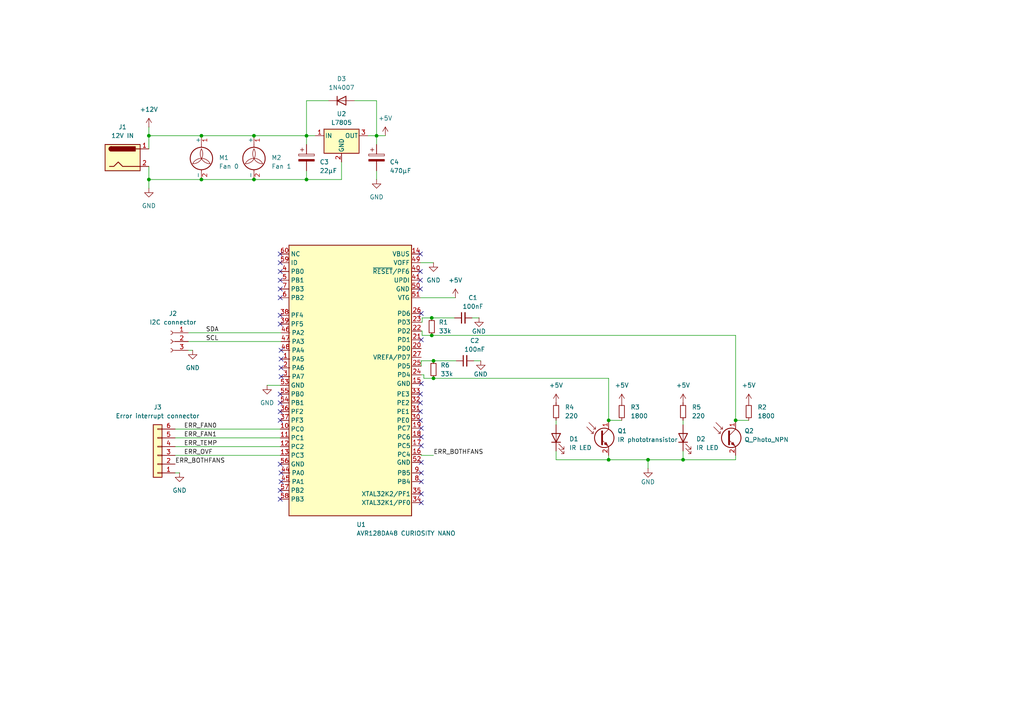
<source format=kicad_sch>
(kicad_sch (version 20231120) (generator "eeschema") (generator_version "8.0")
  (paper "A4")
  (lib_symbols
    (symbol "Connector:Barrel_Jack" (pin_names (offset 1.016))
      (property "Reference" "J" (at 0 5.334 0))
      (property "Value" "Barrel_Jack" (at 0 -5.08 0))
      (symbol "Barrel_Jack_0_1"
        (rectangle (start -5.08 3.81) (end 5.08 -3.81) (stroke (width 0.254)) (fill (type background)))
        (arc (start -3.302 3.175) (mid -3.9343 2.54) (end -3.302 1.905) (stroke (width 0.254)))
        (arc (start -3.302 3.175) (mid -3.9343 2.54) (end -3.302 1.905) (stroke (width 0.254)) (fill (type outline)))
        (polyline (pts (xy 5.08 2.54) (xy 3.81 2.54)) (stroke (width 0.254)))
        (polyline (pts (xy -3.81 -2.54) (xy -2.54 -2.54) (xy -1.27 -1.27) (xy 0 -2.54) (xy 2.54 -2.54) (xy 5.08 -2.54)) (stroke (width 0.254)))
        (rectangle (start 3.683 3.175) (end -3.302 1.905) (stroke (width 0.254)) (fill (type outline)))
      )
      (symbol "Barrel_Jack_1_1"
        (pin passive line (at 7.62 2.54 180) (length 2.54) (name "~") (number "1"))
        (pin passive line (at 7.62 -2.54 180) (length 2.54) (name "~") (number "2"))
      )
    )
    (symbol "Connector:Conn_01x03_Socket" (pin_names (offset 1.016) hide)
      (property "Reference" "J" (at 0 5.08 0))
      (property "Value" "Conn_01x03_Socket" (at 0 -5.08 0))
      (symbol "Conn_01x03_Socket_1_1"
        (arc (start 0 -2.032) (mid -0.5058 -2.54) (end 0 -3.048) (stroke (width 0.1524)))
        (polyline (pts (xy -1.27 -2.54) (xy -0.508 -2.54)) (stroke (width 0.1524)))
        (polyline (pts (xy -1.27 0) (xy -0.508 0)) (stroke (width 0.1524)))
        (polyline (pts (xy -1.27 2.54) (xy -0.508 2.54)) (stroke (width 0.1524)))
        (arc (start 0 0.508) (mid -0.5058 0) (end 0 -0.508) (stroke (width 0.1524)))
        (arc (start 0 3.048) (mid -0.5058 2.54) (end 0 2.032) (stroke (width 0.1524)))
        (pin passive line (at -5.08 2.54 0) (length 3.81) (name "Pin_1") (number "1"))
        (pin passive line (at -5.08 0 0) (length 3.81) (name "Pin_2") (number "2"))
        (pin passive line (at -5.08 -2.54 0) (length 3.81) (name "Pin_3") (number "3"))
      )
    )
    (symbol "Connector_Generic:Conn_01x06" (pin_names (offset 1.016) hide)
      (property "Reference" "J" (at 0 7.62 0))
      (property "Value" "Conn_01x06" (at 0 -10.16 0))
      (symbol "Conn_01x06_1_1"
        (rectangle (start -1.27 -7.493) (end 0 -7.747) (stroke (width 0.1524)))
        (rectangle (start -1.27 -4.953) (end 0 -5.207) (stroke (width 0.1524)))
        (rectangle (start -1.27 -2.413) (end 0 -2.667) (stroke (width 0.1524)))
        (rectangle (start -1.27 0.127) (end 0 -0.127) (stroke (width 0.1524)))
        (rectangle (start -1.27 2.667) (end 0 2.413) (stroke (width 0.1524)))
        (rectangle (start -1.27 5.207) (end 0 4.953) (stroke (width 0.1524)))
        (rectangle (start -1.27 6.35) (end 1.27 -8.89) (stroke (width 0.254)) (fill (type background)))
        (pin passive line (at -5.08 5.08 0) (length 3.81) (name "Pin_1") (number "1"))
        (pin passive line (at -5.08 2.54 0) (length 3.81) (name "Pin_2") (number "2"))
        (pin passive line (at -5.08 0 0) (length 3.81) (name "Pin_3") (number "3"))
        (pin passive line (at -5.08 -2.54 0) (length 3.81) (name "Pin_4") (number "4"))
        (pin passive line (at -5.08 -5.08 0) (length 3.81) (name "Pin_5") (number "5"))
        (pin passive line (at -5.08 -7.62 0) (length 3.81) (name "Pin_6") (number "6"))
      )
    )
    (symbol "Device:C_Polarized" (pin_numbers hide) (pin_names (offset 0.254))
      (property "Reference" "C" (at 0.635 2.54 0))
      (property "Value" "C_Polarized" (at 0.635 -2.54 0))
      (symbol "C_Polarized_0_1"
        (rectangle (start -2.286 0.508) (end 2.286 1.016))
        (polyline (pts (xy -1.778 2.286) (xy -0.762 2.286)))
        (polyline (pts (xy -1.27 2.794) (xy -1.27 1.778)))
        (rectangle (start 2.286 -0.508) (end -2.286 -1.016) (fill (type outline)))
      )
      (symbol "C_Polarized_1_1"
        (pin passive line (at 0 3.81 270) (length 2.794) (name "~") (number "1"))
        (pin passive line (at 0 -3.81 90) (length 2.794) (name "~") (number "2"))
      )
    )
    (symbol "Device:C_Small" (pin_numbers hide) (pin_names (offset 0.254) hide)
      (property "Reference" "C" (at 0.254 1.778 0))
      (property "Value" "C_Small" (at 0.254 -2.032 0))
      (symbol "C_Small_0_1"
        (polyline (pts (xy -1.524 -0.508) (xy 1.524 -0.508)) (stroke (width 0.3302)))
        (polyline (pts (xy -1.524 0.508) (xy 1.524 0.508)) (stroke (width 0.3048)))
      )
      (symbol "C_Small_1_1"
        (pin passive line (at 0 2.54 270) (length 2.032) (name "~") (number "1"))
        (pin passive line (at 0 -2.54 90) (length 2.032) (name "~") (number "2"))
      )
    )
    (symbol "Device:LED" (pin_numbers hide) (pin_names (offset 1.016) hide)
      (property "Reference" "D" (at 0 2.54 0))
      (property "Value" "LED" (at 0 -2.54 0))
      (symbol "LED_0_1"
        (polyline (pts (xy -1.27 -1.27) (xy -1.27 1.27)) (stroke (width 0.254)))
        (polyline (pts (xy -1.27 0) (xy 1.27 0)))
        (polyline (pts (xy 1.27 -1.27) (xy 1.27 1.27) (xy -1.27 0) (xy 1.27 -1.27)) (stroke (width 0.254)))
        (polyline (pts (xy -3.048 -0.762) (xy -4.572 -2.286) (xy -3.81 -2.286) (xy -4.572 -2.286) (xy -4.572 -1.524)))
        (polyline (pts (xy -1.778 -0.762) (xy -3.302 -2.286) (xy -2.54 -2.286) (xy -3.302 -2.286) (xy -3.302 -1.524)))
      )
      (symbol "LED_1_1"
        (pin passive line (at -3.81 0 0) (length 2.54) (name "K") (number "1"))
        (pin passive line (at 3.81 0 180) (length 2.54) (name "A") (number "2"))
      )
    )
    (symbol "Device:Q_Photo_NPN" (pin_names (offset 0) hide)
      (property "Reference" "Q" (at 5.08 1.27 0))
      (property "Value" "Q_Photo_NPN" (at 5.08 -1.27 0))
      (symbol "Q_Photo_NPN_0_1"
        (polyline (pts (xy -1.905 1.27) (xy -2.54 1.27)))
        (polyline (pts (xy -1.27 2.54) (xy -1.905 2.54)))
        (polyline (pts (xy 0.635 0.635) (xy 2.54 2.54)))
        (polyline (pts (xy -3.81 3.175) (xy -1.905 1.27) (xy -1.905 1.905)))
        (polyline (pts (xy -3.175 4.445) (xy -1.27 2.54) (xy -1.27 3.175)))
        (polyline (pts (xy 0.635 -0.635) (xy 2.54 -2.54) (xy 2.54 -2.54)))
        (polyline (pts (xy 0.635 1.905) (xy 0.635 -1.905) (xy 0.635 -1.905)) (stroke (width 0.508)))
        (polyline (pts (xy 1.27 -1.778) (xy 1.778 -1.27) (xy 2.286 -2.286) (xy 1.27 -1.778) (xy 1.27 -1.778)) (fill (type outline)))
        (circle (center 1.27 0) (radius 2.8194) (stroke (width 0.254)))
      )
      (symbol "Q_Photo_NPN_1_1"
        (pin passive line (at 2.54 5.08 270) (length 2.54) (name "C") (number "1"))
        (pin passive line (at 2.54 -5.08 90) (length 2.54) (name "E") (number "2"))
      )
    )
    (symbol "Device:R_Small" (pin_numbers hide) (pin_names (offset 0.254) hide)
      (property "Reference" "R" (at 0.762 0.508 0))
      (property "Value" "R_Small" (at 0.762 -1.016 0))
      (symbol "R_Small_0_1"
        (rectangle (start -0.762 1.778) (end 0.762 -1.778) (stroke (width 0.2032)))
      )
      (symbol "R_Small_1_1"
        (pin passive line (at 0 2.54 270) (length 0.762) (name "~") (number "1"))
        (pin passive line (at 0 -2.54 90) (length 0.762) (name "~") (number "2"))
      )
    )
    (symbol "Diode:1N4007" (pin_numbers hide) (pin_names hide)
      (property "Reference" "D" (at 0 2.54 0))
      (property "Value" "1N4007" (at 0 -2.54 0))
      (symbol "1N4007_0_1"
        (polyline (pts (xy -1.27 1.27) (xy -1.27 -1.27)) (stroke (width 0.254)))
        (polyline (pts (xy 1.27 0) (xy -1.27 0)))
        (polyline (pts (xy 1.27 1.27) (xy 1.27 -1.27) (xy -1.27 0) (xy 1.27 1.27)) (stroke (width 0.254)))
      )
      (symbol "1N4007_1_1"
        (pin passive line (at -3.81 0 0) (length 2.54) (name "K") (number "1"))
        (pin passive line (at 3.81 0 180) (length 2.54) (name "A") (number "2"))
      )
    )
    (symbol "MCU_Microchip_AVR_Dx:AVR128DA48x-xPT"
      (property "Reference" "U1" (at 1.778 -26.416 0))
      (property "Value" "AVR128DA48 CURIOSITY NANO" (at 1.778 -28.956 0))
      (symbol "AVR128DA48x-xPT_0_1"
        (rectangle (start -17.78 54.61) (end 17.78 -23.876) (stroke (width 0.254)) (fill (type background)))
      )
      (symbol "AVR128DA48x-xPT_1_1"
        (pin bidirectional line (at -20.066 21.59 0) (length 2.54) (name "PA5") (number "1"))
        (pin bidirectional line (at -20.32 1.27 0) (length 2.54) (name "PC0") (number "10"))
        (pin bidirectional line (at -20.32 -1.27 0) (length 2.54) (name "PC1") (number "11"))
        (pin bidirectional line (at -20.32 -3.81 0) (length 2.54) (name "PC2") (number "12"))
        (pin bidirectional line (at -20.32 -6.35 0) (length 2.54) (name "PC3") (number "13"))
        (pin power_in line (at 20.32 52.07 180) (length 2.54) (name "VBUS") (number "14"))
        (pin power_in line (at 20.574 14.478 180) (length 2.54) (name "GND") (number "15"))
        (pin bidirectional line (at 20.574 -6.096 180) (length 2.54) (name "PC4") (number "16"))
        (pin bidirectional line (at 20.574 -3.556 180) (length 2.54) (name "PC5") (number "17"))
        (pin bidirectional line (at 20.574 -1.016 180) (length 2.54) (name "PC6") (number "18"))
        (pin bidirectional line (at 20.574 1.524 180) (length 2.54) (name "PC7") (number "19"))
        (pin bidirectional line (at -20.066 19.05 0) (length 2.54) (name "PA6") (number "2"))
        (pin bidirectional line (at 20.574 24.638 180) (length 2.54) (name "PD0") (number "20"))
        (pin bidirectional line (at 20.574 27.178 180) (length 2.54) (name "PD1") (number "21"))
        (pin bidirectional line (at 20.574 29.718 180) (length 2.54) (name "PD2") (number "22"))
        (pin bidirectional line (at 20.574 32.258 180) (length 2.54) (name "PD3") (number "23"))
        (pin bidirectional line (at 20.574 17.018 180) (length 2.54) (name "PD4") (number "24"))
        (pin bidirectional line (at 20.574 19.558 180) (length 2.54) (name "PD5") (number "25"))
        (pin bidirectional line (at 20.574 34.798 180) (length 2.54) (name "PD6") (number "26"))
        (pin bidirectional line (at 20.574 22.098 180) (length 2.54) (name "VREFA/PD7") (number "27"))
        (pin bidirectional line (at -20.066 16.51 0) (length 2.54) (name "PA7") (number "3"))
        (pin bidirectional line (at 20.32 3.81 180) (length 2.54) (name "PE0") (number "30"))
        (pin bidirectional line (at 20.32 6.35 180) (length 2.54) (name "PE1") (number "31"))
        (pin bidirectional line (at 20.32 8.89 180) (length 2.54) (name "PE2") (number "32"))
        (pin bidirectional line (at 20.32 11.43 180) (length 2.54) (name "PE3") (number "33"))
        (pin bidirectional line (at 20.574 -20.066 180) (length 2.54) (name "XTAL32K1/PF0") (number "34"))
        (pin bidirectional line (at 20.574 -17.526 180) (length 2.54) (name "XTAL32K2/PF1") (number "35"))
        (pin bidirectional line (at -20.32 6.35 0) (length 2.54) (name "PF2") (number "36"))
        (pin bidirectional line (at -20.32 3.81 0) (length 2.54) (name "PF3") (number "37"))
        (pin bidirectional line (at -20.32 34.29 0) (length 2.54) (name "PF4") (number "38"))
        (pin bidirectional line (at -20.32 31.75 0) (length 2.54) (name "PF5") (number "39"))
        (pin bidirectional line (at -20.32 46.99 0) (length 2.54) (name "PB0") (number "4"))
        (pin bidirectional line (at 20.32 46.99 180) (length 2.54) (name "~{RESET}/PF6") (number "40"))
        (pin input line (at 20.32 44.45 180) (length 2.54) (name "UPDI") (number "41"))
        (pin bidirectional line (at -20.066 -11.43 0) (length 2.54) (name "PA0") (number "44"))
        (pin bidirectional line (at -20.066 -13.97 0) (length 2.54) (name "PA1") (number "45"))
        (pin bidirectional line (at -20.066 29.21 0) (length 2.54) (name "PA2") (number "46"))
        (pin bidirectional line (at -20.066 26.67 0) (length 2.54) (name "PA3") (number "47"))
        (pin bidirectional line (at -20.066 24.13 0) (length 2.54) (name "PA4") (number "48"))
        (pin power_in line (at 20.32 49.53 180) (length 2.54) (name "VOFF") (number "49"))
        (pin bidirectional line (at -20.32 44.45 0) (length 2.54) (name "PB1") (number "5"))
        (pin power_in line (at 20.32 41.91 180) (length 2.54) (name "GND") (number "50"))
        (pin power_in line (at 20.32 39.37 180) (length 2.54) (name "VTG") (number "51"))
        (pin power_in line (at 20.574 -8.382 180) (length 2.54) (name "GND") (number "52"))
        (pin power_in line (at -20.32 13.97 0) (length 2.54) (name "GND") (number "53"))
        (pin bidirectional line (at -20.32 8.89 0) (length 2.54) (name "PB1") (number "54"))
        (pin bidirectional line (at -20.32 11.43 0) (length 2.54) (name "PB0") (number "55"))
        (pin power_in line (at -20.32 -8.89 0) (length 2.54) (name "GND") (number "56"))
        (pin bidirectional line (at -20.32 -16.51 0) (length 2.54) (name "PB2") (number "57"))
        (pin bidirectional line (at -20.32 -19.05 0) (length 2.54) (name "PB3") (number "58"))
        (pin bidirectional line (at -20.32 49.53 0) (length 2.54) (name "ID") (number "59"))
        (pin bidirectional line (at -20.32 39.37 0) (length 2.54) (name "PB2") (number "6"))
        (pin bidirectional line (at -20.32 52.07 0) (length 2.54) (name "NC") (number "60"))
        (pin bidirectional line (at -20.32 41.91 0) (length 2.54) (name "PB3") (number "7"))
        (pin bidirectional line (at 20.574 -13.97 180) (length 2.54) (name "PB4") (number "8"))
        (pin bidirectional line (at 20.574 -11.43 180) (length 2.54) (name "PB5") (number "9"))
      )
    )
    (symbol "Motor:Fan" (pin_names (offset 0))
      (property "Reference" "M" (at 2.54 5.08 0))
      (property "Value" "Fan" (at 2.54 -2.54 0))
      (symbol "Fan_0_1"
        (arc (start -2.54 -0.508) (mid 0.0028 0.9121) (end 0 3.81))
        (polyline (pts (xy 0 -5.08) (xy 0 -4.572)))
        (polyline (pts (xy 0 -2.2352) (xy 0 -2.6416)))
        (polyline (pts (xy 0 4.2672) (xy 0 4.6228)))
        (polyline (pts (xy 0 4.572) (xy 0 5.08)))
        (circle (center 0 1.016) (radius 3.2512) (stroke (width 0.254)))
        (arc (start 0 3.81) (mid 0.053 0.921) (end 2.54 -0.508))
        (arc (start 2.54 -0.508) (mid 0 1.0618) (end -2.54 -0.508))
      )
      (symbol "Fan_1_1"
        (pin passive line (at 0 7.62 270) (length 2.54) (name "+") (number "1"))
        (pin passive line (at 0 -5.08 90) (length 2.54) (name "-") (number "2"))
      )
    )
    (symbol "Regulator_Linear:L7805" (pin_names (offset 0.254))
      (property "Reference" "U" (at -3.81 3.175 0))
      (property "Value" "L7805" (at 0 3.175 0))
      (symbol "L7805_0_1"
        (rectangle (start -5.08 1.905) (end 5.08 -5.08) (stroke (width 0.254)) (fill (type background)))
      )
      (symbol "L7805_1_1"
        (pin power_in line (at -7.62 0 0) (length 2.54) (name "IN") (number "1"))
        (pin power_in line (at 0 -7.62 90) (length 2.54) (name "GND") (number "2"))
        (pin power_out line (at 7.62 0 180) (length 2.54) (name "OUT") (number "3"))
      )
    )
    (symbol "power:+12V" (power) (pin_numbers hide) (pin_names (offset 0) hide)
      (property "Value" "+12V" (at 0 3.556 0))
      (symbol "+12V_0_1"
        (polyline (pts (xy -0.762 1.27) (xy 0 2.54)))
        (polyline (pts (xy 0 0) (xy 0 2.54)))
        (polyline (pts (xy 0 2.54) (xy 0.762 1.27)))
      )
      (symbol "+12V_1_1"
        (pin power_in line (at 0 0 90) (length 0) (name "~") (number "1"))
      )
    )
    (symbol "power:+5V" (power) (pin_numbers hide) (pin_names (offset 0) hide)
      (property "Value" "+5V" (at 0 3.556 0))
      (symbol "+5V_0_1"
        (polyline (pts (xy -0.762 1.27) (xy 0 2.54)))
        (polyline (pts (xy 0 0) (xy 0 2.54)))
        (polyline (pts (xy 0 2.54) (xy 0.762 1.27)))
      )
      (symbol "+5V_1_1"
        (pin power_in line (at 0 0 90) (length 0) (name "~") (number "1"))
      )
    )
    (symbol "power:GND" (power) (pin_numbers hide) (pin_names (offset 0) hide)
      (property "Value" "GND" (at 0 -3.81 0))
      (symbol "GND_0_1"
        (polyline (pts (xy 0 0) (xy 0 -1.27) (xy 1.27 -1.27) (xy 0 -2.54) (xy -1.27 -1.27) (xy 0 -1.27)))
      )
      (symbol "GND_1_1"
        (pin power_in line (at 0 0 270) (length 0) (name "~") (number "1"))
      )
    )
  )
  (junction (at 198.12 133.35))
  (junction (at 125.73 104.648))
  (junction (at 43.18 52.07))
  (junction (at 73.66 52.07))
  (junction (at 58.42 39.37))
  (junction (at 88.9 52.07))
  (junction (at 73.66 39.37))
  (junction (at 176.53 133.35))
  (junction (at 43.18 39.37))
  (junction (at 176.53 121.92))
  (junction (at 125.222 97.282))
  (junction (at 125.73 109.728))
  (junction (at 109.22 39.37))
  (junction (at 125.222 92.202))
  (junction (at 88.9 39.37))
  (junction (at 58.42 52.07))
  (junction (at 187.96 133.35))
  (junction (at 213.36 121.92))
  (no_connect (at 121.92 78.74))
  (no_connect (at 122.174 126.746))
  (no_connect (at 81.534 104.14))
  (no_connect (at 81.28 86.36))
  (no_connect (at 81.28 78.74))
  (no_connect (at 81.28 116.84))
  (no_connect (at 81.28 121.92))
  (no_connect (at 81.28 134.62))
  (no_connect (at 122.174 139.7))
  (no_connect (at 122.174 90.932))
  (no_connect (at 81.534 139.7))
  (no_connect (at 81.28 119.38))
  (no_connect (at 81.28 142.24))
  (no_connect (at 81.534 137.16))
  (no_connect (at 121.92 114.3))
  (no_connect (at 81.28 83.82))
  (no_connect (at 122.174 143.256))
  (no_connect (at 121.92 73.66))
  (no_connect (at 81.28 76.2))
  (no_connect (at 81.28 93.98))
  (no_connect (at 121.92 83.82))
  (no_connect (at 122.174 111.252))
  (no_connect (at 121.92 121.92))
  (no_connect (at 81.534 109.22))
  (no_connect (at 121.92 116.84))
  (no_connect (at 122.174 145.796))
  (no_connect (at 122.174 137.16))
  (no_connect (at 121.92 81.28))
  (no_connect (at 81.28 73.66))
  (no_connect (at 81.28 114.3))
  (no_connect (at 81.534 106.68))
  (no_connect (at 81.534 101.6))
  (no_connect (at 122.174 134.112))
  (no_connect (at 122.174 129.286))
  (no_connect (at 81.28 81.28))
  (no_connect (at 121.92 119.38))
  (no_connect (at 81.28 91.44))
  (no_connect (at 81.28 144.78))
  (no_connect (at 122.174 98.552))
  (no_connect (at 122.174 124.206))
  (wire (pts (xy 213.36 133.35) (xy 213.36 132.08)))
  (wire (pts (xy 122.428 96.012) (xy 122.174 96.012)))
  (wire (pts (xy 125.222 92.202) (xy 131.826 92.202)))
  (wire (pts (xy 122.936 108.712) (xy 122.936 109.728)))
  (wire (pts (xy 161.29 121.92) (xy 161.29 123.19)))
  (wire (pts (xy 198.12 121.92) (xy 198.12 123.19)))
  (wire (pts (xy 73.66 39.37) (xy 88.9 39.37)))
  (wire (pts (xy 187.96 133.35) (xy 176.53 133.35)))
  (wire (pts (xy 122.174 104.648) (xy 122.174 106.172)))
  (wire (pts (xy 54.61 96.52) (xy 81.534 96.52)))
  (wire (pts (xy 176.53 109.728) (xy 176.53 121.92)))
  (wire (pts (xy 122.428 97.282) (xy 122.428 96.012)))
  (wire (pts (xy 213.36 133.35) (xy 198.12 133.35)))
  (wire (pts (xy 125.73 104.648) (xy 132.334 104.648)))
  (wire (pts (xy 122.428 92.202) (xy 125.222 92.202)))
  (wire (pts (xy 88.9 49.53) (xy 88.9 52.07)))
  (wire (pts (xy 52.07 137.16) (xy 50.8 137.16)))
  (wire (pts (xy 88.9 29.21) (xy 88.9 39.37)))
  (wire (pts (xy 176.53 109.728) (xy 125.73 109.728)))
  (wire (pts (xy 139.446 104.648) (xy 137.414 104.648)))
  (wire (pts (xy 50.8 129.54) (xy 81.28 129.54)))
  (wire (pts (xy 43.18 52.07) (xy 58.42 52.07)))
  (wire (pts (xy 176.53 121.92) (xy 180.34 121.92)))
  (wire (pts (xy 58.42 52.07) (xy 73.66 52.07)))
  (wire (pts (xy 109.22 41.91) (xy 109.22 39.37)))
  (wire (pts (xy 122.174 108.712) (xy 122.936 108.712)))
  (wire (pts (xy 122.174 132.08) (xy 122.174 131.826)))
  (wire (pts (xy 91.44 39.37) (xy 88.9 39.37)))
  (wire (pts (xy 50.8 132.08) (xy 81.28 132.08)))
  (wire (pts (xy 95.25 29.21) (xy 88.9 29.21)))
  (wire (pts (xy 213.36 121.92) (xy 213.36 97.282)))
  (wire (pts (xy 125.222 97.282) (xy 213.36 97.282)))
  (wire (pts (xy 43.18 36.83) (xy 43.18 39.37)))
  (wire (pts (xy 187.96 135.89) (xy 187.96 133.35)))
  (wire (pts (xy 50.8 127) (xy 81.28 127)))
  (wire (pts (xy 132.08 86.36) (xy 121.92 86.36)))
  (wire (pts (xy 109.22 52.07) (xy 109.22 49.53)))
  (wire (pts (xy 176.53 133.35) (xy 176.53 132.08)))
  (wire (pts (xy 55.88 101.6) (xy 54.61 101.6)))
  (wire (pts (xy 88.9 52.07) (xy 99.06 52.07)))
  (wire (pts (xy 58.42 39.37) (xy 43.18 39.37)))
  (wire (pts (xy 125.73 104.648) (xy 122.174 104.648)))
  (wire (pts (xy 88.9 41.91) (xy 88.9 39.37)))
  (wire (pts (xy 43.18 52.07) (xy 43.18 48.26)))
  (wire (pts (xy 125.73 109.728) (xy 122.936 109.728)))
  (wire (pts (xy 77.47 111.76) (xy 81.28 111.76)))
  (wire (pts (xy 73.66 52.07) (xy 88.9 52.07)))
  (wire (pts (xy 125.73 132.08) (xy 122.174 132.08)))
  (wire (pts (xy 43.18 54.61) (xy 43.18 52.07)))
  (wire (pts (xy 121.92 76.2) (xy 125.73 76.2)))
  (wire (pts (xy 176.53 133.35) (xy 161.29 133.35)))
  (wire (pts (xy 217.17 121.92) (xy 213.36 121.92)))
  (wire (pts (xy 122.428 92.202) (xy 122.428 93.472)))
  (wire (pts (xy 122.428 97.282) (xy 125.222 97.282)))
  (wire (pts (xy 122.428 93.472) (xy 122.174 93.472)))
  (wire (pts (xy 106.68 39.37) (xy 109.22 39.37)))
  (wire (pts (xy 58.42 39.37) (xy 73.66 39.37)))
  (wire (pts (xy 161.29 133.35) (xy 161.29 130.81)))
  (wire (pts (xy 198.12 130.81) (xy 198.12 133.35)))
  (wire (pts (xy 102.87 29.21) (xy 109.22 29.21)))
  (wire (pts (xy 138.938 92.202) (xy 136.906 92.202)))
  (wire (pts (xy 43.18 39.37) (xy 43.18 43.18)))
  (wire (pts (xy 50.8 124.46) (xy 81.28 124.46)))
  (wire (pts (xy 54.61 99.06) (xy 81.534 99.06)))
  (wire (pts (xy 99.06 52.07) (xy 99.06 46.99)))
  (wire (pts (xy 111.76 39.37) (xy 109.22 39.37)))
  (wire (pts (xy 198.12 133.35) (xy 187.96 133.35)))
  (wire (pts (xy 109.22 29.21) (xy 109.22 39.37)))
  (label "ERR_BOTHFANS" (at 125.73 132.08 0))
  (label "SCL" (at 59.69 99.06 0))
  (label "ERR_TEMP" (at 53.34 129.54 0))
  (label "ERR_OVF" (at 53.34 132.08 0))
  (label "SDA" (at 59.69 96.52 0))
  (label "ERR_BOTHFANS" (at 50.8 134.62 0))
  (label "ERR_FAN1" (at 53.34 127 0))
  (label "ERR_FAN0" (at 53.34 124.46 0))
  (symbol (lib_id "Device:Q_Photo_NPN") (at 210.82 127 0) (unit 1)
    (property "Reference" "Q2" (at 215.9 124.9806 0) (effects (justify left)))
    (property "Value" "Q_Photo_NPN" (at 215.9 127.5206 0) (effects (justify left)))
    (property "Description" "NPN phototransistor, collector/emitter" (effects (hide yes)))
  )
  (symbol (lib_id "Motor:Fan") (at 73.66 46.99 0) (unit 1)
    (property "Reference" "M2" (at 78.74 45.7199 0) (effects (justify left)))
    (property "Value" "Fan 1" (at 78.74 48.2599 0) (effects (justify left)))
    (property "Description" "Fan" (effects (hide yes)))
  )
  (symbol (lib_id "Device:Q_Photo_NPN") (at 173.99 127 0) (unit 1)
    (property "Reference" "Q1" (at 179.07 124.9806 0) (effects (justify left)))
    (property "Value" "IR phototransistor" (at 179.07 127.5206 0) (effects (justify left)))
    (property "Description" "NPN phototransistor, collector/emitter" (effects (hide yes)))
  )
  (symbol (lib_id "power:+5V") (at 217.17 116.84 0) (unit 1)
    (property "Reference" "#PWR09" (effects (hide yes)))
    (property "Value" "+5V" (at 217.17 111.76 0))
    (property "Description" "Power symbol creates a global label with name \"+5V\"" (effects (hide yes)))
  )
  (symbol (lib_id "power:+5V") (at 180.34 116.84 0) (unit 1)
    (property "Reference" "#PWR010" (effects (hide yes)))
    (property "Value" "+5V" (at 180.34 111.76 0))
    (property "Description" "Power symbol creates a global label with name \"+5V\"" (effects (hide yes)))
  )
  (symbol (lib_id "Device:C_Small") (at 134.874 104.648 90) (unit 1)
    (property "Reference" "C2" (at 137.668 98.806 90))
    (property "Value" "100nF" (at 137.668 101.346 90))
    (property "Description" "Unpolarized capacitor, small symbol" (effects (hide yes)))
  )
  (symbol (lib_id "power:GND") (at 109.22 52.07 0) (unit 1)
    (property "Reference" "#PWR015" (effects (hide yes)))
    (property "Value" "GND" (at 109.22 57.15 0))
    (property "Description" "Power symbol creates a global label with name \"GND\" , ground" (effects (hide yes)))
  )
  (symbol (lib_id "power:+5V") (at 132.08 86.36 0) (unit 1)
    (property "Reference" "#PWR06" (effects (hide yes)))
    (property "Value" "+5V" (at 132.08 81.28 0))
    (property "Description" "Power symbol creates a global label with name \"+5V\"" (effects (hide yes)))
  )
  (symbol (lib_id "power:GND") (at 139.446 104.648 0) (unit 1)
    (property "Reference" "#PWR013" (effects (hide yes)))
    (property "Value" "GND" (at 139.4088 108.5459 0))
    (property "Description" "Power symbol creates a global label with name \"GND\" , ground" (effects (hide yes)))
  )
  (symbol (lib_id "power:+12V") (at 43.18 36.83 0) (unit 1)
    (property "Reference" "#PWR03" (effects (hide yes)))
    (property "Value" "+12V" (at 43.18 31.75 0))
    (property "Description" "Power symbol creates a global label with name \"+12V\"" (effects (hide yes)))
  )
  (symbol (lib_id "power:GND") (at 125.73 76.2 0) (unit 1)
    (property "Reference" "#PWR04" (effects (hide yes)))
    (property "Value" "GND" (at 125.73 81.28 0))
    (property "Description" "Power symbol creates a global label with name \"GND\" , ground" (effects (hide yes)))
  )
  (symbol (lib_id "Device:R_Small") (at 217.17 119.38 0) (unit 1)
    (property "Reference" "R2" (at 219.71 118.1099 0) (effects (justify left)))
    (property "Value" "1800" (at 219.71 120.6499 0) (effects (justify left)))
    (property "Description" "Resistor, small symbol" (effects (hide yes)))
  )
  (symbol (lib_id "Device:LED") (at 161.29 127 90) (unit 1)
    (property "Reference" "D1" (at 165.1 127.3174 90) (effects (justify right)))
    (property "Value" "IR LED" (at 165.1 129.8574 90) (effects (justify right)))
    (property "Description" "Light emitting diode" (effects (hide yes)))
  )
  (symbol (lib_id "power:GND") (at 138.938 92.202 0) (unit 1)
    (property "Reference" "#PWR08" (effects (hide yes)))
    (property "Value" "GND" (at 138.9008 96.0999 0))
    (property "Description" "Power symbol creates a global label with name \"GND\" , ground" (effects (hide yes)))
  )
  (symbol (lib_id "power:GND") (at 187.96 135.89 0) (unit 1)
    (property "Reference" "#PWR01" (effects (hide yes)))
    (property "Value" "GND" (at 187.9228 139.7879 0))
    (property "Description" "Power symbol creates a global label with name \"GND\" , ground" (effects (hide yes)))
  )
  (symbol (lib_id "Device:LED") (at 198.12 127 90) (unit 1)
    (property "Reference" "D2" (at 201.93 127.3174 90) (effects (justify right)))
    (property "Value" "IR LED" (at 201.93 129.8574 90) (effects (justify right)))
    (property "Description" "Light emitting diode" (effects (hide yes)))
  )
  (symbol (lib_id "Device:R_Small") (at 180.34 119.38 0) (unit 1)
    (property "Reference" "R3" (at 182.88 118.1099 0) (effects (justify left)))
    (property "Value" "1800" (at 182.88 120.6499 0) (effects (justify left)))
    (property "Description" "Resistor, small symbol" (effects (hide yes)))
  )
  (symbol (lib_id "power:GND") (at 77.47 111.76 0) (unit 1)
    (property "Reference" "#PWR07" (effects (hide yes)))
    (property "Value" "GND" (at 77.47 116.84 0))
    (property "Description" "Power symbol creates a global label with name \"GND\" , ground" (effects (hide yes)))
  )
  (symbol (lib_id "power:+5V") (at 111.76 39.37 0) (unit 1)
    (property "Reference" "#PWR05" (effects (hide yes)))
    (property "Value" "+5V" (at 111.76 34.29 0))
    (property "Description" "Power symbol creates a global label with name \"+5V\"" (effects (hide yes)))
  )
  (symbol (lib_id "Connector:Conn_01x03_Socket") (at 49.53 99.06 0) (mirror y) (unit 1)
    (property "Reference" "J2" (at 50.165 90.932 0))
    (property "Value" "I2C connector" (at 50.165 93.472 0))
    (property "Description" "Generic connector, single row, 01x03, script generated" (effects (hide yes)))
  )
  (symbol (lib_id "Connector_Generic:Conn_01x06") (at 45.72 132.08 180) (unit 1)
    (property "Reference" "J3" (at 45.72 118.11 0))
    (property "Value" "Error interrupt connector" (at 45.72 120.65 0))
    (property "Description" "Generic connector, single row, 01x06, script generated (kicad-library-utils/schlib/autogen/connector/)" (effects (hide yes)))
  )
  (symbol (lib_id "power:+5V") (at 161.29 116.84 0) (unit 1)
    (property "Reference" "#PWR011" (effects (hide yes)))
    (property "Value" "+5V" (at 161.29 111.76 0))
    (property "Description" "Power symbol creates a global label with name \"+5V\"" (effects (hide yes)))
  )
  (symbol (lib_id "Device:R_Small") (at 125.73 107.188 0) (unit 1)
    (property "Reference" "R6" (at 127.762 105.9179 0) (effects (justify left)))
    (property "Value" "33k" (at 127.762 108.4579 0) (effects (justify left)))
    (property "Description" "Resistor, small symbol" (effects (hide yes)))
  )
  (symbol (lib_id "Motor:Fan") (at 58.42 46.99 0) (unit 1)
    (property "Reference" "M1" (at 63.5 45.7199 0) (effects (justify left)))
    (property "Value" "Fan 0" (at 63.5 48.2599 0) (effects (justify left)))
    (property "Description" "Fan" (effects (hide yes)))
  )
  (symbol (lib_id "Device:R_Small") (at 125.222 94.742 0) (unit 1)
    (property "Reference" "R1" (at 127.254 93.4719 0) (effects (justify left)))
    (property "Value" "33k" (at 127.254 96.0119 0) (effects (justify left)))
    (property "Description" "Resistor, small symbol" (effects (hide yes)))
  )
  (symbol (lib_id "Regulator_Linear:L7805") (at 99.06 39.37 0) (unit 1)
    (property "Reference" "U2" (at 99.06 33.02 0))
    (property "Value" "L7805" (at 99.06 35.56 0))
    (property "Datasheet" "http://www.st.com/content/ccc/resource/technical/document/datasheet/41/4f/b3/b0/12/d4/47/88/CD00000444.pdf/files/CD00000444.pdf/jcr:content/translations/en.CD00000444.pdf" (effects (hide yes)))
    (property "Description" "Positive 1.5A 35V Linear Regulator, Fixed Output 5V, TO-220/TO-263/TO-252" (effects (hide yes)))
  )
  (symbol (lib_id "Diode:1N4007") (at 99.06 29.21 0) (unit 1)
    (property "Reference" "D3" (at 99.06 22.86 0))
    (property "Value" "1N4007" (at 99.06 25.4 0))
    (property "Footprint" "Diode_THT:D_DO-41_SOD81_P10.16mm_Horizontal" (effects (hide yes)))
    (property "Datasheet" "http://www.vishay.com/docs/88503/1n4001.pdf" (effects (hide yes)))
    (property "Description" "1000V 1A General Purpose Rectifier Diode, DO-41" (effects (hide yes)))
    (property "Sim.Device" "D" (effects (hide yes)))
    (property "Sim.Pins" "1=K 2=A" (effects (hide yes)))
  )
  (symbol (lib_id "Device:C_Polarized") (at 88.9 45.72 0) (unit 1)
    (property "Reference" "C3" (at 92.71 46.99 0) (effects (justify left)))
    (property "Value" "22µF" (at 92.71 49.53 0) (effects (justify left)))
    (property "Description" "Polarized capacitor" (effects (hide yes)))
  )
  (symbol (lib_id "power:+5V") (at 198.12 116.84 0) (unit 1)
    (property "Reference" "#PWR012" (effects (hide yes)))
    (property "Value" "+5V" (at 198.12 111.76 0))
    (property "Description" "Power symbol creates a global label with name \"+5V\"" (effects (hide yes)))
  )
  (symbol (lib_id "Device:R_Small") (at 161.29 119.38 0) (unit 1)
    (property "Reference" "R4" (at 163.83 118.1099 0) (effects (justify left)))
    (property "Value" "220" (at 163.83 120.6499 0) (effects (justify left)))
    (property "Description" "Resistor, small symbol" (effects (hide yes)))
  )
  (symbol (lib_id "Connector:Barrel_Jack") (at 35.56 45.72 0) (unit 1)
    (property "Reference" "J1" (at 35.56 36.83 0))
    (property "Value" "12V IN" (at 35.56 39.37 0))
    (property "Description" "DC Barrel Jack" (effects (hide yes)))
  )
  (symbol (lib_id "Device:C_Small") (at 134.366 92.202 90) (unit 1)
    (property "Reference" "C1" (at 137.16 86.36 90))
    (property "Value" "100nF" (at 137.16 88.9 90))
    (property "Description" "Unpolarized capacitor, small symbol" (effects (hide yes)))
  )
  (symbol (lib_id "power:GND") (at 55.88 101.6 0) (unit 1)
    (property "Reference" "#PWR014" (effects (hide yes)))
    (property "Value" "GND" (at 55.88 106.68 0))
    (property "Description" "Power symbol creates a global label with name \"GND\" , ground" (effects (hide yes)))
  )
  (symbol (lib_id "power:GND") (at 43.18 54.61 0) (unit 1)
    (property "Reference" "#PWR02" (effects (hide yes)))
    (property "Value" "GND" (at 43.18 59.69 0))
    (property "Description" "Power symbol creates a global label with name \"GND\" , ground" (effects (hide yes)))
  )
  (symbol (lib_id "power:GND") (at 52.07 137.16 0) (unit 1)
    (property "Reference" "#PWR016" (effects (hide yes)))
    (property "Value" "GND" (at 52.07 142.24 0))
    (property "Description" "Power symbol creates a global label with name \"GND\" , ground" (effects (hide yes)))
  )
  (symbol (lib_id "Device:R_Small") (at 198.12 119.38 0) (unit 1)
    (property "Reference" "R5" (at 200.66 118.1099 0) (effects (justify left)))
    (property "Value" "220" (at 200.66 120.6499 0) (effects (justify left)))
    (property "Description" "Resistor, small symbol" (effects (hide yes)))
  )
  (symbol (lib_id "MCU_Microchip_AVR_Dx:AVR128DA48x-xPT") (at 101.6 125.73 0) (unit 1)
    (property "Reference" "U1" (at 103.378 152.146 0) (effects (justify left)))
    (property "Value" "AVR128DA48 CURIOSITY NANO" (at 103.378 154.686 0) (effects (justify left)))
    (property "Footprint" "Package_QFP:TQFP-48_7x7mm_P0.5mm" (effects (hide yes)))
    (property "Datasheet" "https://ww1.microchip.com/downloads/en/DeviceDoc/AVR128DA28-32-48-64-DataSheet-DS40002183B.pdf" (effects (hide yes)))
    (property "Description" "24MHz, 128kB Flash, 16kB SRAM, EEPROM with Touch Sensing, TQFP-48" (effects (hide yes)))
  )
  (symbol (lib_id "Device:C_Polarized") (at 109.22 45.72 0) (unit 1)
    (property "Reference" "C4" (at 113.03 46.99 0) (effects (justify left)))
    (property "Value" "470µF" (at 113.03 49.53 0) (effects (justify left)))
    (property "Description" "Polarized capacitor" (effects (hide yes)))
  )
)
</source>
